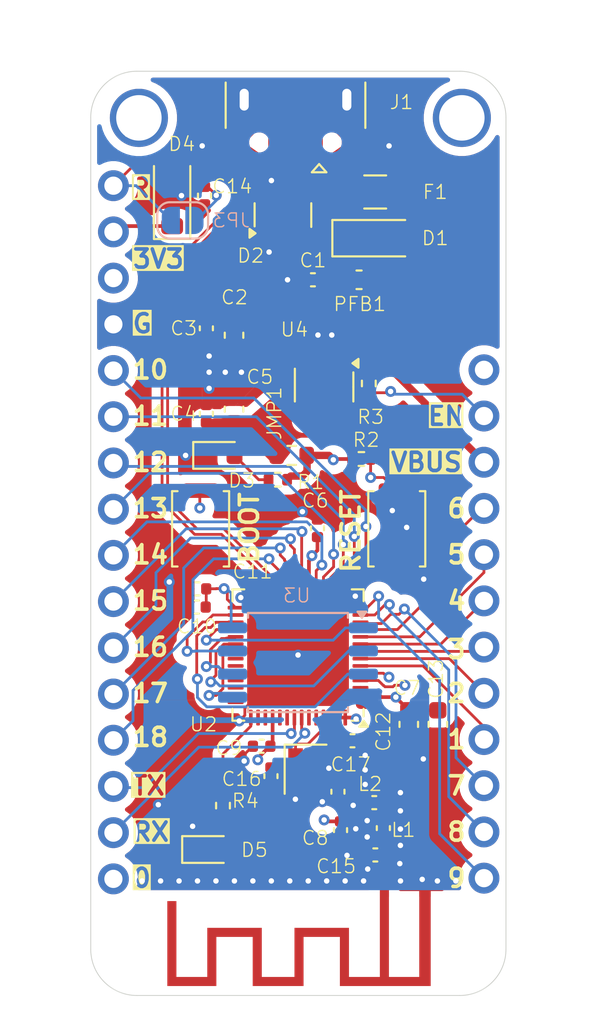
<source format=kicad_pcb>
(kicad_pcb (version 20241229) (generator "pcbnew") (generator_version "9.0")
  (layers (0 "F.Cu" signal) (4 "In1.Cu" signal) (6 "In2.Cu" signal) (2 "B.Cu" signal) (13 "F.Paste" user) (15 "B.Paste" user) (5 "F.SilkS" user "F.Silkscreen") (7 "B.SilkS" user "B.Silkscreen") (1 "F.Mask" user) (3 "B.Mask" user) (25 "Edge.Cuts" user))
  (net 0 "")
  (net 1 "Net-(AE1-A)")
  (net 2 "+3.3V")
  (net 3 "GND")
  (net 4 "VDD_SPI")
  (net 5 "CHIP_PU")
  (net 6 "Net-(U2-XTAL_N)")
  (net 7 "Net-(U2-XTAL_P)")
  (net 8 "RAW")
  (net 9 "Net-(D3-A)")
  (net 10 "D_M")
  (net 11 "VBUS")
  (net 12 "D_P")
  (net 13 "Net-(D1-A)")
  (net 15 "Net-(U2-LNA_IN{slash}RF)")
  (net 16 "GPIO0")
  (net 17 "SPIHD")
  (net 18 "SPIWP")
  (net 19 "SPICS0")
  (net 20 "SPICLK")
  (net 21 "SPIQ")
  (net 22 "SPID")
  (net 23 "GPIO17")
  (net 24 "GPIO14")
  (net 25 "GPIO16")
  (net 26 "GPIO47")
  (net 27 "GPIO4")
  (net 28 "GPIO6")
  (net 29 "GPIO7")
  (net 30 "TXD")
  (net 31 "GPIO37")
  (net 32 "GPIO21")
  (net 33 "GPIO38")
  (net 34 "GPIO13")
  (net 35 "GPIO12")
  (net 36 "GPIO45")
  (net 37 "GPIO2")
  (net 38 "GPIO40")
  (net 39 "RXD")
  (net 40 "GPIO18")
  (net 41 "GPIO26")
  (net 42 "GPIO10")
  (net 43 "GPIO41")
  (net 44 "GPIO8")
  (net 45 "GPIO3")
  (net 46 "GPIO9")
  (net 47 "GPIO34")
  (net 48 "GPIO15")
  (net 49 "GPIO46")
  (net 50 "GPIO36")
  (net 51 "GPIO35")
  (net 52 "GPIO39")
  (net 53 "GPIO42")
  (net 54 "GPIO48")
  (net 55 "GPIO11")
  (net 56 "GPIO5")
  (net 57 "GPIO33")
  (net 58 "GPIO1")
  (net 60 "/EN")
  (net 62 "Net-(U4-IN)")
  (net 63 "Net-(JP3-A)")
  (net 64 "/REGUOT")
  (net 65 "Net-(D5-A)")
  (footprint "Capacitor_SMD:C_0402_1005Metric" (layer "F.Cu") (at 142.86921 106.45121 180)
    (property "Reference" "C11")
    (property "Value" "100n")
  )
  (footprint "Capacitor_SMD:C_0603_1608Metric" (layer "F.Cu") (at 154.5 113.9 -90)
    (property "Reference" "C7")
    (property "Value" "10u")
  )
  (footprint "Capacitor_SMD:C_0402_1005Metric" (layer "F.Cu") (at 146.4 115.1 180)
    (property "Reference" "C9")
    (property "Value" "100n")
  )
  (footprint "Resistor_SMD:R_0402_1005Metric" (layer "F.Cu") (at 147.289211 100.45121 180)
    (property "Reference" "R1")
    (property "Value" "10k")
  )
  (footprint "Capacitor_SMD:C_0402_1005Metric" (layer "F.Cu") (at 143.35621 96.828961 90)
    (property "Reference" "C4")
    (property "Value" "100n")
  )
  (footprint "Connector_USB:USB_Micro-B_XKB_U254-051T-4BH83-F1S" (layer "F.Cu") (at 148.26421 79.953711 180)
    (property "Reference" "J1")
    (property "Value" "U254-051T-4BH83-F1S")
  )
  (footprint "Capacitor_SMD:C_0402_1005Metric" (layer "F.Cu") (at 143.256 84.836 -90)
    (property "Reference" "C14")
    (property "Value" "100n")
  )
  (footprint "Resistor_SMD:R_0402_1005Metric" (layer "F.Cu") (at 152.3 95.16121 -90)
    (property "Reference" "R3")
    (property "Value" "10k")
  )
  (footprint "Diode_SMD:D_SOD-123" (layer "F.Cu") (at 141.47221 84.862211 90)
    (property "Reference" "D4")
    (property "Value" "DS310W")
  )
  (footprint "Diode_SMD:D_SOD-123" (layer "F.Cu") (at 152.65221 87.176959)
    (property "Reference" "D1")
    (property "Value" "DS310W")
  )
  (footprint "Package_TO_SOT_SMD:SOT-23-5_HandSoldering" (layer "F.Cu") (at 149.83921 95.251211 -90)
    (property "Reference" "U4")
    (property "Value" "AP2112/RT9080-3.3")
  )
  (footprint "Capacitor_SMD:C_0402_1005Metric" (layer "F.Cu") (at 150.6 117.6 -90)
    (property "Reference" "C17")
    (property "Value" "10p")
  )
  (footprint "Capacitor_SMD:C_0402_1005Metric" (layer "F.Cu") (at 149.47321 103.122209 90)
    (property "Reference" "C6")
    (property "Value" "100n")
  )
  (footprint "ESP_Antenna:ESPRESSIF_ESP32_MIFA_2.4GHz_Right" (layer "F.Cu") (at 153.00721 123.131211 180)
    (property "Reference" "AE1" (hide yes))
    (property "Value" "MIFA")
  )
  (footprint "" (layer "F.Cu") (at 139.6424 80.5632 -90)
    (property "Reference" "H1")
    (property "Value" "MountingHole")
  )
  (footprint "Capacitor_SMD:C_0402_1005Metric" (layer "F.Cu") (at 150.742462 119.711011 -90)
    (property "Reference" "C8")
    (property "Value" "100n")
  )
  (footprint "" (layer "F.Cu") (at 157.422401 80.5632 -90)
    (property "Reference" "H2")
    (property "Value" "MountingHole")
  )
  (footprint "Capacitor_SMD:C_0402_1005Metric" (layer "F.Cu") (at 153.1 119.6 90)
    (property "Reference" "L1")
    (property "Value" "3.8nH")
  )
  (footprint "Capacitor_SMD:C_0603_1608Metric" (layer "F.Cu") (at 144.88021 96.574961 90)
    (property "Reference" "C5")
    (property "Value" "47u")
  )
  (footprint "Capacitor_SMD:C_0603_1608Metric" (layer "F.Cu") (at 144.88021 92.510961 -90)
    (property "Reference" "C2")
    (property "Value" "47u")
  )
  (footprint "Package_TO_SOT_SMD:SOT-143" (layer "F.Cu") (at 147.57221 85.90696 90)
    (property "Reference" "D2")
    (property "Value" "SP0503BAHTG")
  )
  (footprint "Capacitor_SMD:C_0402_1005Metric" (layer "F.Cu") (at 143.35621 92.12996 -90)
    (property "Reference" "C3")
    (property "Value" "100n")
  )
  (footprint "Capacitor_SMD:C_0402_1005Metric" (layer "F.Cu") (at 149.22321 89.462961 180)
    (property "Reference" "C1")
    (property "Value" "1u")
  )
  (footprint "Capacitor_SMD:C_0603_1608Metric" (layer "F.Cu") (at 156.1 113.9 -90)
    (property "Reference" "C13")
    (property "Value" "10u")
  )
  (footprint "Resistor_SMD:R_0402_1005Metric" (layer "F.Cu") (at 144.272 118.364 -90)
    (property "Reference" "R4")
    (property "Value" "10k")
  )
  (footprint "Capacitor_SMD:C_0402_1005Metric" (layer "F.Cu") (at 151.4 114.8)
    (property "Reference" "C12")
    (property "Value" "100n")
  )
  (footprint "Capacitor_SMD:C_0402_1005Metric" (layer "F.Cu") (at 142.83921 107.451211 180)
    (property "Reference" "C10")
    (property "Value" "1u")
  )
  (footprint "Resistor_SMD:R_0402_1005Metric" (layer "F.Cu") (at 151.892 99.314)
    (property "Reference" "R2")
    (property "Value" "10k")
  )
  (footprint "Button_Switch_SMD:SW_Push_SPST_NO_Alps_SKRK" (layer "F.Cu") (at 143.03921 103.151209 90)
    (property "Reference" "SW2" (hide yes))
    (property "Value" "SW_Push")
  )
  (footprint "Button_Switch_SMD:SW_Push_SPST_NO_Alps_SKRK" (layer "F.Cu") (at 153.839211 103.151209 90)
    (property "Reference" "SW1" (hide yes))
    (property "Value" "SW_Push")
  )
  (footprint "Capacitor_SMD:C_0402_1005Metric" (layer "F.Cu") (at 152.659211 121.075878 180)
    (property "Reference" "C15")
    (property "Value" "100n")
  )
  (footprint "LED_SMD:LED_0603_1608Metric" (layer "F.Cu") (at 144.118211 99.11496)
    (property "Reference" "D3")
    (property "Value" "LED")
  )
  (footprint "Capacitor_SMD:C_0603_1608Metric" (layer "F.Cu") (at 151.76321 89.46296 180)
    (property "Reference" "PFB1")
    (property "Value" "600R")
  )
  (footprint "Resistor_SMD:R_0603_1608Metric" (layer "F.Cu") (at 148.05521 99.11496)
    (property "Reference" "JMP1")
    (property "Value" "0R")
  )
  (footprint "Fuse:Fuse_1206_3216Metric_Pad1.42x1.75mm_HandSolder" (layer "F.Cu") (at 152.65221 84.63696)
    (property "Reference" "F1")
    (property "Value" "nSMD150")
  )
  (footprint "LED_SMD:LED_0603_1608Metric" (layer "F.Cu") (at 143.51 120.777)
    (property "Reference" "D5")
    (property "Value" "LED")
  )
  (footprint "Capacitor_SMD:C_0402_1005Metric" (layer "F.Cu") (at 152.6 118.2 180)
    (property "Reference" "L2")
    (property "Value" "8.6nH")
  )
  (footprint "Crystal:Crystal_SMD_2016-4Pin_2.0x1.6mm" (layer "F.Cu") (at 148.81671 116.36371 -90)
    (property "Reference" "Y1" (hide yes))
    (property "Value" "R940000096")
  )
  (footprint "Capacitor_SMD:C_0402_1005Metric" (layer "F.Cu") (at 146.91171 116.74471 -90)
    (property "Reference" "C16")
    (property "Value" "10p")
  )
  (footprint "Package_DFN_QFN:QFN-56-1EP_7x7mm_P0.4mm_EP5.6x5.6mm" (layer "F.Cu") (at 148.40351 110.086911 180)
    (property "Reference" "U2")
    (property "Value" "ESP32-S3")
  )
  (footprint "Connector_PinHeader_2.54mm:PinHeader_1x12_P2.54mm_Vertical" (layer "B.Cu") (at 158.639211 94.41121 180)
    (property "Reference" "JP2" (hide yes))
    (property "Value" "Conn_01x12_Pin")
  )
  (footprint "Jumper:SolderJumper-2_P1.3mm_Open_RoundedPad1.0x1.5mm" (layer "B.Cu") (at 142.050001 86.2 180)
    (property "Reference" "JP3")
    (property "Value" "SolderJumper_2_Open")
  )
  (footprint "Package_SO:SOP-8_5.28x5.23mm_P1.27mm" (layer "B.Cu") (at 148.4 110.5 180)
    (property "Reference" "U3")
    (property "Value" "W25Q64JVSSIQ")
  )
  (footprint "Connector_PinHeader_2.54mm:PinHeader_1x16_P2.54mm_Vertical" (layer "B.Cu") (at 138.23921 122.391209)
    (property "Reference" "JP1" (hide yes))
    (property "Value" "Conn_01x16_Pin")
  )
  (gr_poly (pts (xy 156.33121 122.962211) (xy 154.04521 122.962211) (xy 154.04521 122.20021) (xy 156.331211 122.200211)) (stroke (width 0.2)) (fill yes) (layer "F.Cu") (net 3))
  (gr_rect (start 151.255959 86.67762) (end 151.54756 87.673464) (stroke (width 0.2)) (fill yes) (layer "F.Cu") (net 8))
  (gr_rect (start 153.745774 86.673504) (end 154.049958 87.677578) (stroke (width 0.2)) (fill yes) (layer "F.Cu") (net 13))
  (gr_line (start 157.310789 78) (end 139.530789 78.000001) (stroke (width 0.05)) (layer "Edge.Cuts"))
  (gr_arc (start 139.530789 128.8) (mid 137.734738 128.056052) (end 136.99079 126.26) (stroke (width 0.05)) (layer "Edge.Cuts"))
  (gr_arc (start 136.99079 80.54) (mid 137.734738 78.743949) (end 139.530789 78.000001) (stroke (width 0.05)) (layer "Edge.Cuts"))
  (gr_arc (start 159.850789 126.26) (mid 159.10684 128.056052) (end 157.310789 128.800001) (stroke (width 0.05)) (layer "Edge.Cuts"))
  (gr_line (start 159.850789 126.26) (end 159.850789 80.54) (stroke (width 0.05)) (layer "Edge.Cuts"))
  (gr_line (start 139.530789 128.8) (end 157.310789 128.800001) (stroke (width 0.05)) (layer "Edge.Cuts"))
  (gr_arc (start 157.310789 78) (mid 159.10684 78.743949) (end 159.850789 80.54) (stroke (width 0.05)) (layer "Edge.Cuts"))
  (gr_line (start 136.99079 80.54) (end 136.99079 126.26) (stroke (width 0.05)) (layer "Edge.Cuts"))
  (gr_text "6" (at 157.734 102.616 0) (layer "F.SilkS") (effects (font (size 1 1) (thickness 0.2) (bold yes)) (justify right bottom)))
  (gr_text "1" (at 157.734 115.316 0) (layer "F.SilkS") (effects (font (size 1 1) (thickness 0.2) (bold yes)) (justify right bottom)))
  (gr_text "BOOT" (at 146.304 105.156 90) (layer "F.SilkS") (effects (font (size 1 1) (thickness 0.2) (bold yes)) (justify left bottom)))
  (gr_text "15" (at 139.192 107.696 0) (layer "F.SilkS") (effects (font (size 1 1) (thickness 0.2) (bold yes)) (justify left bottom)))
  (gr_text "7" (at 157.734 117.856 0) (layer "F.SilkS") (effects (font (size 1 1) (thickness 0.2) (bold yes)) (justify right bottom)))
  (gr_text "0" (at 139.192 122.936 0) (layer "F.SilkS" knockout) (effects (font (size 1 1) (thickness 0.2) (bold yes)) (justify left bottom)))
  (gr_text "10" (at 139.192 94.996 0) (layer "F.SilkS") (effects (font (size 1 1) (thickness 0.2) (bold yes)) (justify left bottom)))
  (gr_text "11" (at 139.192 97.536001 0) (layer "F.SilkS") (effects (font (size 1 1) (thickness 0.2) (bold yes)) (justify left bottom)))
  (gr_text "TX\n" (at 139.192 117.856 0) (layer "F.SilkS" knockout) (effects (font (size 1 1) (thickness 0.2) (bold yes)) (justify left bottom)))
  (gr_text "12" (at 139.192 100.076 0) (layer "F.SilkS") (effects (font (size 1 1) (thickness 0.2) (bold yes)) (justify left bottom)))
  (gr_text "18" (at 139.192 115.189 0) (layer "F.SilkS") (effects (font (size 1 1) (thickness 0.2) (bold yes)) (justify left bottom)))
  (gr_text "8" (at 157.734 120.396 0) (layer "F.SilkS") (effects (font (size 1 1) (thickness 0.2) (bold yes)) (justify right bottom)))
  (gr_text "17" (at 139.192 112.775998 0) (layer "F.SilkS") (effects (font (size 1 1) (thickness 0.2) (bold yes)) (justify left bottom)))
  (gr_text "16" (at 139.192 110.235999 0) (layer "F.SilkS") (effects (font (size 1 1) (thickness 0.2) (bold yes)) (justify left bottom)))
  (gr_text "EN" (at 155.448 97.536 0) (layer "F.SilkS" knockout) (effects (font (size 1 1) (thickness 0.2) (bold yes)) (justify left bottom)))
  (gr_text "3" (at 157.734 110.363 0) (layer "F.SilkS") (effects (font (size 1 1) (thickness 0.2) (bold yes)) (justify right bottom)))
  (gr_text "VBUS" (at 153.416 100.076 0) (layer "F.SilkS" knockout) (effects (font (size 1 1) (thickness 0.2) (bold yes)) (justify left bottom)))
  (gr_text "3V3" (at 139.2 88.9 0) (layer "F.SilkS" knockout) (effects (font (size 1 1) (thickness 0.2) (bold yes)) (justify left bottom)))
  (gr_text "9" (at 157.734 122.936 0) (layer "F.SilkS") (effects (font (size 1 1) (thickness 0.2) (bold yes)) (justify right bottom)))
  (gr_text "G" (at 139.192 92.456 0) (layer "F.SilkS" knockout) (effects (font (size 1 1) (thickness 0.2) (bold yes)) (justify left bottom)))
  (gr_text "4" (at 157.734 107.696 0) (layer "F.SilkS") (effects (font (size 1 1) (thickness 0.2) (bold yes)) (justify right bottom)))
  (gr_text "RESET" (at 151.892 105.664 90) (layer "F.SilkS") (effects (font (size 1 1) (thickness 0.2) (bold yes)) (justify left bottom)))
  (gr_text "RX" (at 139.192 120.396 0) (layer "F.SilkS" knockout) (effects (font (size 1 1) (thickness 0.2) (bold yes)) (justify left bottom)))
  (gr_text "14" (at 139.192 105.156001 0) (layer "F.SilkS") (effects (font (size 1 1) (thickness 0.2) (bold yes)) (justify left bottom)))
  (gr_text "2" (at 157.734 112.776 0) (layer "F.SilkS") (effects (font (size 1 1) (thickness 0.2) (bold yes)) (justify right bottom)))
  (gr_text "5" (at 157.734 105.156 0) (layer "F.SilkS") (effects (font (size 1 1) (thickness 0.2) (bold yes)) (justify right bottom)))
  (gr_text "13\n" (at 139.192 102.615999 0) (layer "F.SilkS") (effects (font (size 1 1) (thickness 0.2) (bold yes)) (justify left bottom)))
  (gr_text "R" (at 139.1 85 0) (layer "F.SilkS" knockout) (effects (font (size 1 1) (thickness 0.2) (bold yes)) (justify left bottom)))
  (segment (start 153.155462 121.092129) (end 153.155462 122.83521) (width 0.508) (layer "F.Cu") (net 1))
  (segment (start 153.1 121.036667) (end 153.155462 121.092129) (width 0.508) (layer "F.Cu") (net 1))
  (segment (start 153.1 120.08) (end 153.1 121.036667) (width 0.508) (layer "F.Cu") (net 1))
  (segment (start 150.10296 99.11496) (end 150.34521 99.35721) (width 0.4064) (layer "F.Cu") (net 2))
  (segment (start 153.78921 112.40121) (end 152.98921 112.40121) (width 0.2) (layer "F.Cu") (net 2))
  (segment (start 150.742463 119.231011) (end 149.91901 119.231011) (width 0.2032) (layer "F.Cu") (net 2))
  (segment (start 148.88021 99.11496) (end 148.9 99.13475) (width 0.4064) (layer "F.Cu") (net 2))
  (segment (start 147.003509 114.939781) (end 147.00351 113.524411) (width 0.2032) (layer "F.Cu") (net 2))
  (segment (start 148.649581 100.250419) (end 148 100.250419) (width 0.4064) (layer "F.Cu") (net 2))
  (segment (start 152.98921 112.40121) (end 152.874909 112.286909) (width 0.2) (layer "F.Cu") (net 2))
  (segment (start 154.5 113.125) (end 156.1 113.125) (width 0.2) (layer "F.Cu") (net 2))
  (segment (start 148.88021 99.11496) (end 150.10296 99.11496) (width 0.4064) (layer "F.Cu") (net 2))
  (segment (start 150.603509 113.524411) (end 150.603509 114.483509) (width 0.2032) (layer "F.Cu") (net 2))
  (segment (start 149.003512 104.909466) (end 149.003511 106.649411) (width 0.2032) (layer "F.Cu") (net 2))
  (segment (start 151.84101 112.05991) (end 151.84101 111.88691) (width 0.2) (layer "F.Cu") (net 2))
  (segment (start 141.47221 86.51221) (end 138.55821 86.51221) (width 0.2032) (layer "F.Cu") (net 2))
  (segment (start 138.55821 86.51221) (end 138.23921 86.83121) (width 0.2032) (layer "F.Cu") (net 2))
  (segment (start 146.182511 115.84206) (end 146.182511 115.760779) (width 0.2032) (layer "F.Cu") (net 2))
  (segment (start 151.84101 112.286909) (end 151.84101 112.05991) (width 0.2) (layer "F.Cu") (net 2))
  (segment (start 146.188831 115.84838) (end 146.182511 115.84206) (width 0.2032) (layer "F.Cu") (net 2))
  (segment (start 151.382001 99.314) (end 150.38842 99.314) (width 0.2032) (layer "F.Cu") (net 2))
  (segment (start 152.874909 112.286909) (end 151.84101 112.286909) (width 0.2) (layer "F.Cu") (net 2))
  (segment (start 149.166206 104.625267) (end 149.180765 104.625267) (width 0.2032) (layer "F.Cu") (net 2))
  (segment (start 149.91901 119.231011) (end 149.83921 119.151211) (width 0.2032) (layer "F.Cu") (net 2))
  (segment (start 149.166206 104.625267) (end 149.166206 104.746772) (width 0.2032) (layer "F.Cu") (net 2))
  (segment (start 149.180765 104.625267) (end 149.47321 104.332822) (width 0.2032) (layer "F.Cu") (net 2))
  (segment (start 148.9 99.13475) (end 148.9 100) (width 0.4064) (layer "F.Cu") (net 2))
  (segment (start 150.603509 113.52441) (end 151.52441 113.52441) (width 0.2032) (layer "F.Cu") (net 2))
  (segment (start 149.166206 104.746772) (end 149.003512 104.909466) (width 0.2032) (layer "F.Cu") (net 2))
  (segment (start 148.9 100) (end 148.649581 100.250419) (width 0.4064) (layer "F.Cu") (net 2))
  (segment (start 148 100.250419) (end 147.799209 100.45121) (width 0.4064) (layer "F.Cu") (net 2))
  (segment (start 149.47321 104.332822) (end 149.47321 103.602211) (width 0.2032) (layer "F.Cu") (net 2))
  (segment (start 153.78921 112.40121) (end 153.78921 112.41421) (width 0.2) (layer "F.Cu") (net 2))
  (segment (start 150.603509 114.483509) (end 150.92 114.8) (width 0.2032) (layer "F.Cu") (net 2))
  (segment (start 150.38842 99.314) (end 150.34521 99.35721) (width 0.2032) (layer "F.Cu") (net 2))
  (segment (start 153.78921 112.41421) (end 154.5 113.125) (width 0.2) (layer "F.Cu") (net 2))
  (segment (start 146.182511 115.760779) (end 147.003509 114.939781) (width 0.2032) (layer "F.Cu") (net 2))
  (segment (start 151.52441 113.52441) (end 151.6 113.6) (width 0.2032) (layer "F.Cu") (net 2))
  (via (at 150.34521 99.35721) (size 0.6) (drill 0.3) (layers "F.Cu" "B.Cu") (net 2))
  (via (at 149.166206 104.625267) (size 0.6) (drill 0.3) (layers "F.Cu" "B.Cu") (net 2))
  (via (at 151.6 113.6) (size 0.6) (drill 0.3) (layers "F.Cu" "B.Cu") (net 2))
  (via (at 146.188831 115.84838) (size 0.6) (drill 0.3) (layers "F.Cu" "B.Cu") (net 2))
  (via (at 149.83921 119.151211) (size 0.6) (drill 0.3) (layers "F.Cu" "B.Cu") (net 2))
  (via (at 153.78921 112.40121) (size 0.6) (drill 0.3) (layers "F.Cu" "B.Cu") (net 2))
  (segment (start 146.82221 87.926961) (end 146.81021 87.938961) (width 0.1524) (layer "F.Cu") (net 3))
  (segment (start 149.455891 115.663711) (end 149.366709 115.663711) (width 0.1524) (layer "F.Cu") (net 3))
  (segment (start 148.6437 102.208147) (end 149.293146 102.208147) (width 0.1524) (layer "F.Cu") (net 3))
  (segment (start 142.6 120.6545) (end 142.7225 120.777) (width 0.1524) (layer "F.Cu") (net 3))
  (segment (start 149.43161 102.34661) (end 149.431611 102.600611) (width 0.1524) (layer "F.Cu") (net 3))
  (segment (start 154.4 114.9) (end 154.4 114.775) (width 0.1524) (layer "F.Cu") (net 3))
  (segment (start 146.96421 82.238711) (end 146.96421 83.981711) (width 0.1524) (layer "F.Cu") (net 3))
  (segment (start 149.83921 92.9214) (end 149.83921 93.901211) (width 0.4) (layer "F.Cu") (net 3))
  (segment (start 151.36421 82.113711) (end 153.40421 82.113711) (width 0.1524) (layer "F.Cu") (net 3))
  (segment (start 147.07271 117.06371) (end 146.91171 117.22471) (width 0.1524) (layer "F.Cu") (net 3))
  (segment (start 150.26061 92.5) (end 149.83921 92.9214) (width 0.4) (layer "F.Cu") (net 3))
  (segment (start 149.46421 79.56371) (end 151.36421 81.46371) (width 0.1524) (layer "F.Cu") (net 3))
  (segment (start 145.25111 106.937509) (end 148.400511 110.086911) (width 0.1524) (layer "F.Cu") (net 3))
  (segment (start 142.33921 106.451211) (end 142.62921 106.451211) (width 0.1524) (layer "F.Cu") (net 3))
  (segment (start 156.1 114.675) (end 156.1 115) (width 0.1524) (layer "F.Cu") (net 3))
  (segment (start 151.55591 106.939125) (end 151.555911 106.852911) (width 0.1524) (layer "F.Cu") (net 3))
  (segment (start 145.43916 115.912394) (end 145.5 115.851554) (width 0.1524) (layer "F.Cu") (net 3))
  (segment (start 149.293146 102.208147) (end 149.43161 102.34661) (width 0.1524) (layer "F.Cu") (net 3))
  (segment (start 142.6 119.5) (end 142.6 120.6545) (width 0.1524) (layer "F.Cu") (net 3))
  (segment (start 145.5 115.5) (end 145.9 115.1) (width 0.1524) (layer "F.Cu") (net 3))
  (segment (start 143.256 85.316) (end 142.466 85.316) (width 0.1524) (layer "F.Cu") (net 3))
  (segment (start 151.43921 118.351211) (end 151.059211 118.351211) (width 0.1524) (layer "F.Cu") (net 3))
  (segment (start 142.62921 105.661209) (end 142.62921 106.451211) (width 0.1524) (layer "F.Cu") (net 3))
  (segment (start 149.46421 79.56371) (end 151.08921 79.563711) (width 0.1524) (layer "F.Cu") (net 3))
  (segment (start 155.3 115.8) (end 154.4 114.9) (width 0.1524) (layer "F.Cu") (net 3))
  (segment (start 153.839211 105.25121) (end 154.50536 105.917359) (width 0.1524) (layer "F.Cu") (net 3))
  (segment (start 148.266709 117.063711) (end 148.266709 118.005162) (width 0.1524) (layer "F.Cu") (net 3))
  (segment (start 151.1 121.1) (end 152.155089 121.1) (width 0.1524) (layer "F.Cu") (net 3))
  (segment (start 149.83921 92.83921) (end 149.5 92.5) (width 0.4) (layer "F.Cu") (net 3))
  (segment (start 142.466 85.316) (end 141.986 84.836) (width 0.1524) (layer "F.Cu") (net 3))
  (segment (start 145.15421 82.103711) (end 145.164209 82.11371) (width 0.1524) (layer "F.Cu") (net 3))
  (segment (start 143.03921 105.25121) (end 142.62921 105.661209) (width 0.1524) (layer "F.Cu") (net 3))
  (segment (start 151.88 115.38) (end 151.88 114.8) (width 0.1524) (layer "F.Cu") (net 3))
  (segment (start 143.12721 82.103711) (end 145.15421 82.103711) (width 0.1524) (layer "F.Cu") (net 3))
  (segment (start 145.16421 81.46371) (end 145.164209 82.11371) (width 0.1524) (layer "F.Cu") (net 3))
  (segment (start 148.40351 110.086911) (end 148.403509 110.089909) (width 0.1524) (layer "F.Cu") (net 3))
  (segment (start 149.46421 79.56371) (end 147.064211 79.56371) (width 0.1524) (layer "F.Cu") (net 3))
  (segment (start 147.064211 79.56371) (end 145.16421 81.46371) (width 0.1524) (layer "F.Cu") (net 3))
  (segment (start 154.36333 103.051961) (end 154.38421 103.072841) (width 0.1524) (layer "F.Cu") (net 3))
  (segment (start 145.47491 113.40251) (end 145.16651 113.710911) (width 0.1524) (layer "F.Cu") (net 3))
  (segment (start 145.47491 113.015511) (end 145.47491 113.40251) (width 0.1524) (layer "F.Cu") (net 3))
  (segment (start 141.315896 106.07121) (end 141.95921 106.071211) (width 0.1524) (layer "F.Cu") (net 3))
  (segment (start 150.742462 120.191011) (end 150.742462 120.742462) (width 0.1524) (layer "F.Cu") (net 3))
  (segment (start 148.26671 117.063711) (end 147.07271 117.06371) (width 0.1524) (layer "F.Cu") (net 3))
  (segment (start 146.96421 83.981711) (end 146.93721 84.008711) (width 0.1524) (layer "F.Cu") (net 3))
  (segment (start 151.36421 81.46371) (end 151.36421 82.113711) (width 0.1524) (layer "F.Cu") (net 3))
  (segment (start 155.57321 105.917359) (end 155.321685 105.917359) (width 0.1524) (layer "F.Cu") (net 3))
  (segment (start 153.40421 82.113711) (end 153.41421 82.103711) (width 0.1524) (layer "F.Cu") (net 3))
  (segment (start 145.5 115.851554) (end 145.5 115.5) (width 0.1524) (layer "F.Cu") (net 3))
  (segment (start 145.25111 106.929168) (end 145.25111 106.937509) (width 0.1524) (layer "F.Cu") (net 3))
  (segment (start 142.62921 106.451211) (end 142.62921 107.181211) (width 0.1524) (layer "F.Cu") (net 3))
  (segment (start 148.408125 110.086911) (end 151.55591 106.939125) (width 0.1524) (layer "F.Cu") (net 3))
  (segment (start 156.1 115) (end 155.3 115.8) (width 0.1524) (layer "F.Cu") (net 3))
  (segment (start 145.9 115.1) (end 145.92 115.1) (width 0.1524) (layer "F.Cu") (net 3))
  (segment (start 152.155089 121.1) (end 152.179211 121.075878) (width 0.1524) (layer "F.Cu") (net 3))
  (segment (start 148.400511 110.086911) (end 148.40351 110.086911) (width 0.1524) (layer "F.Cu") (net 3))
  (segment (start 142.62921 107.181211) (end 142.359211 107.451211) (width 0.1524) (layer "F.Cu") (net 3))
  (segment (start 154.50536 105.917359) (end 155.321685 105.917359) (width 0.1524) (layer "F.Cu") (net 3))
  (segment (start 141.95921 106.071211) (end 142.33921 106.451211) (width 0.1524) (layer "F.Cu") (net 3))
  (segment (start 152.1 115.6) (end 151.88 115.38) (width 0.1524) (layer "F.Cu") (net 3))
  (segment (start 150.100299 116.308119) (end 149.455891 115.663711) (width 0.1524) (layer "F.Cu") (net 3))
  (segment (start 152.030197 118.351211) (end 152.17921 118.202196) (width 0.1524) (layer "F.Cu") (net 3))
  (segment (start 145.43916 115.912394) (end 145.43916 115.912392) (width 0.1524) (layer "F.Cu") (net 3))
  (segment (start 149.83921 92.9214) (end 149.83921 92.83921) (width 0.4) (layer "F.Cu") (net 3))
  (segment (start 147.064211 79.56371) (end 145.43921 79.56371) (width 0.1524) (layer "F.Cu") (net 3))
  (segment (start 148.74321 89.462961) (end 147.82621 89.462961) (width 0.1524) (layer "F.Cu") (net 3))
  (segment (start 140.836461 120.727011) (end 141.090462 120.981011) (width 0.1524) (layer "F.Cu") (net 3))
  (segment (start 143.33071 99.11496) (end 142.21321 99.11496) (width 0.1524) (layer "F.Cu") (net 3))
  (segment (start 148.40351 110.086911) (end 145.47491 113.015511) (width 0.1524) (layer "F.Cu") (net 3))
  (segment (start 151.059211 118.351211) (end 150.739211 118.031209) (width 0.1524) (layer "F.Cu") (net 3))
  (segment (start 150.742462 120.742462) (end 151.1 121.1) (width 0.1524) (layer "F.Cu") (net 3))
  (segment (start 146.82221 86.906961) (end 146.82221 87.926961) (width 0.1524) (layer "F.Cu") (net 3))
  (segment (start 141.331463 120.74001) (end 141.090462 120.981011) (width 0.1524) (layer "F.Cu") (net 3))
  (segment (start 150.739211 118.031209) (end 149.859211 118.031209) (width 0.1524) (layer "F.Cu") (net 3))
  (segment (start 149.859211 118.031209) (end 149.73921 118.15121) (width 0.1524) (layer "F.Cu") (net 3))
  (segment (start 154.4 114.775) (end 154.5 114.675) (width 0.1524) (layer "F.Cu") (net 3))
  (segment (start 148.40351 110.086911) (end 148.408125 110.086911) (width 0.1524) (layer "F.Cu") (net 3))
  (segment (start 151.43921 118.351211) (end 152.030197 118.351211) (width 0.1524) (layer "F.Cu") (net 3))
  (segment (start 149.431611 102.600611) (end 149.47321 102.642211) (width 0.1524) (layer "F.Cu") (net 3))
  (via (at 154.03921 119.651211) (size 0.6) (drill 0.3) (layers "F.Cu" "B.Cu") (net 3))
  (via (at 153.41421 82.103711) (size 0.6) (drill 0.3) (layers "F.Cu" "B.Cu") (net 3))
  (via (at 147.948463 122.50501) (size 0.6) (drill 0.3) (layers "F.Cu" "B.Cu") (net 3))
  (via (at 152.210197 119.190025) (size 0.6) (drill 0.3) (layers "F.Cu" "B.Cu") (net 3))
  (via (at 143.884462 122.50501) (size 0.6) (drill 0.3) (layers "F.Cu" "B.Cu") (net 3))
  (via (at 141.986 84.836) (size 0.6) (drill 0.3) (layers "F.Cu" "B.Cu") (net 3))
  (via (at 144.39721 94.54296) (size 0.6) (drill 0.3) (layers "F.Cu" "B.Cu") (net 3))
  (via (at 143.12721 82.103711) (size 0.6) (drill 0.3) (layers "F.Cu" "B.Cu") (net 3))
  (via (at 141.852462 122.50501) (size 0.6) (drill 0.3) (layers "F.Cu" "B.Cu") (net 3))
  (via (at 152.23921 121.85121) (size 0.6) (drill 0.3) (layers "F.Cu" "B.Cu") (net 3))
  (via (at 152.1 116.4) (size 0.6) (drill 0.3) (layers "F.Cu" "B.Cu") (net 3))
  (via (at 154.03921 120.551211) (size 0.6) (drill 0.3) (layers "F.Cu" "B.Cu") (net 3))
  (via (at 142.6 119.5) (size 0.6) (drill 0.3) (layers "F.Cu" "B.Cu") (net 3))
  (via (at 147.82621 89.462961) (size 0.6) (drill 0.3) (layers "F.Cu" "B.Cu") (net 3))
  (via (at 150.100299 116.308119) (size 0.6) (drill 0.3) (layers "F.Cu" "B.Cu") (net 3))
  (via (at 139.820462 122.50501) (size 0.6) (drill 0.3) (layers "F.Cu" "B.Cu") (net 3))
  (via (at 149.5 92.5) (size 0.6) (drill 0.3) (layers "F.Cu" "B.Cu") (net 3))
  (via (at 145.916462 122.50501) (size 0.6) (drill 0.3) (layers "F.Cu" "B.Cu") (net 3))
  (via (at 144.900462 122.50501) (size 0.6) (drill 0.3) (layers "F.Cu" "B.Cu") (net 3))
  (via (at 152.1 115.6) (size 0.6) (drill 0.3) (layers "F.Cu" "B.Cu") (net 3))
  (via (at 145.16651 113.710911) (size 0.6) (drill 0.3) (layers "F.Cu" "B.Cu") (net 3))
  (via (at 145.25111 106.929168) (size 0.6) (drill 0.3) (layers "F.Cu" "B.Cu") (net 3))
  (via (at 146.81021 87.938961) (size 0.6) (drill 0.3) (layers "F.Cu" "B.Cu") (net 3))
  (via (at 148.40351 110.086911) (size 0.6) (drill 0.3) (layers "F.Cu" "B.Cu") (net 3))
  (via (at 150.26061 92.5) (size 0.6) (drill 0.3) (layers "F.Cu" "B.Cu") (net 3))
  (via (at 140.836462 122.50501) (size 0.6) (drill 0.3) (layers "F.Cu" "B.Cu") (net 3))
  (via (at 148.257909 118.013962) (size 0.6) (drill 0.3) (layers "F.Cu" "B.Cu") (net 3))
  (via (at 150.996462 122.50501) (size 0.6) (drill 0.3) (layers "F.Cu" "B.Cu") (net 3))
  (via (at 151.1 121.1) (size 0.6) (drill 0.3) (layers "F.Cu" "B.Cu") (net 3))
  (via (at 143.50821 93.65396) (size 0.6) (drill 0.3) (layers "F.Cu" "B.Cu") (net 3))
  (via (at 145.43916 115.912394) (size 0.6) (drill 0.3) (layers "F.Cu" "B.Cu") (net 3))
  (via (at 152.012463 122.50501) (size 0.6) (drill 0.3) (layers "F.Cu" "B.Cu") (net 3))
  (via (at 141.315896 106.07121) (size 0.6) (drill 0.3) (layers "F.Cu" "B.Cu") (net 3))
  (via (at 148.6437 102.208147) (size 0.6) (drill 0.3) (layers "F.Cu" "B.Cu") (net 3))
  (via (at 149.980463 122.50501) (size 0.6) (drill 0.3) (layers "F.Cu" "B.Cu") (net 3))
  (via (at 152.210197 120.088051) (size 0.6) (drill 0.3) (layers "F.Cu" "B.Cu") (net 3))
  (via (at 149.73921 118.15121) (size 0.6) (drill 0.3) (layers "F.Cu" "B.Cu") (net 3))
  (via (at 146.932462 122.50501) (size 0.6) (drill 0.3) (layers "F.Cu" "B.Cu") (net 3))
  (via (at 154.38421 103.072841) (size 0.6) (drill 0.3) (layers "F.Cu" "B.Cu") (net 3))
  (via (at 154.03921 117.65121) (size 0.6) (drill 0.3) (layers "F.Cu" "B.Cu") (net 3))
  (via (at 154.044463 122.50501) (size 0.6) (drill 0.3) (layers "F.Cu" "B.Cu") (net 3))
  (via (at 156.076463 122.50501) (size 0.6) (drill 0.3) (layers "F.Cu" "B.Cu") (net 3))
  (via (at 151.581579 119.639038) (size 0.6) (drill 0.3) (layers "F.Cu" "B.Cu") (net 3))
  (via (at 155.321685 105.917359) (size 0.6) (drill 0.3) (layers "F.Cu" "B.Cu") (net 3))
  (via (at 142.21321 99.11496) (size 0.6) (drill 0.3) (layers "F.Cu" "B.Cu") (net 3))
  (via (at 145.286209 94.54296) (size 0.6) (drill 0.3) (layers "F.Cu" "B.Cu") (net 3))
  (via (at 154.03921 118.651211) (size 0.6) (drill 0.3) (layers "F.Cu" "B.Cu") (net 3))
  (via (at 151.555911 106.852911) (size 0.6) (drill 0.3) (layers "F.Cu" "B.Cu") (net 3))
  (via (at 152.1 117.2) (size 0.6) (drill 0.3) (layers "F.Cu" "B.Cu") (net 3))
  (via (at 155.238928 122.418811) (size 0.6) (drill 0.3) (layers "F.Cu" "B.Cu") (net 3))
  (via (at 143.50821 94.54296) (size 0.6) (drill 0.3) (layers "F.Cu" "B.Cu") (net 3))
  (via (at 151.43921 118.351211) (size 0.6) (drill 0.3) (layers "F.Cu" "B.Cu") (net 3))
  (via (at 140.709462 118.31401) (size 0.6) (drill 0.3) (layers "F.Cu" "B.Cu") (net 3))
  (via (at 154.006248 121.55121) (size 0.6) (drill 0.3) (layers "F.Cu" "B.Cu") (net 3))
  (via (at 155.3 115.8) (size 0.6) (drill 0.3) (layers "F.Cu" "B.Cu") (net 3))
  (via (at 143.50821 95.43196) (size 0.6) (drill 0.3) (layers "F.Cu" "B.Cu") (net 3))
  (via (at 148.964462 122.50501) (size 0.6) (drill 0.3) (layers "F.Cu" "B.Cu") (net 3))
  (via (at 142.868462 122.50501) (size 0.6) (drill 0.3) (layers "F.Cu" "B.Cu") (net 3))
  (via (at 153.591818 102.147642) (size 0.6) (drill 0.3) (layers "F.Cu" "B.Cu") (net 3))
  (via (at 157.092462 122.50501) (size 0.6) (drill 0.3) (layers "F.Cu" "B.Cu") (net 3))
  (via (at 146.93721 84.008711) (size 0.6) (drill 0.3) (layers "F.Cu" "B.Cu") (net 3))
  (segment (start 152.93921 113.35121) (end 152.93421 113.351211) (width 0.1524) (layer "B.Cu") (net 3))
  (segment (start 152.93421 113.351211) (end 151.98921 112.40621) (width 0.1524) (layer "B.Cu") (net 3))
  (segment (start 144.50991 106.616518) (end 144.50991 107.030811) (width 0.1524) (layer "F.Cu") (net 4))
  (segment (start 143.353193 106.447229) (end 143.34921 106.451211) (width 0.1524) (layer "F.Cu") (net 4))
  (segment (start 144.50991 107.030811) (end 144.96601 107.48691) (width 0.1524) (layer "F.Cu") (net 4))
  (segment (start 143.893192 106.447229) (end 143.353193 106.447229) (width 0.1524) (layer "F.Cu") (net 4))
  (segment (start 143.902906 106.437514) (end 143.893192 106.447229) (width 0.1524) (layer "F.Cu") (net 4))
  (segment (start 143.34921 107.42121) (end 143.31921 107.451211) (width 0.1524) (layer "F.Cu") (net 4))
  (segment (start 144.330906 106.437514) (end 143.902906 106.437514) (width 0.1524) (layer "F.Cu") (net 4))
  (segment (start 143.34921 106.451211) (end 143.34921 107.42121) (width 0.1524) (layer "F.Cu") (net 4))
  (segment (start 144.330906 106.437514) (end 144.50991 106.616518) (width 0.1524) (layer "F.Cu") (net 4))
  (via (at 144.330906 106.437514) (size 0.6) (drill 0.3) (layers "F.Cu" "B.Cu") (net 4))
  (segment (start 144.72151 106.68351) (end 144.72151 108.52851) (width 0.1524) (layer "B.Cu") (net 4))
  (segment (start 144.475514 106.437514) (end 144.72151 106.68351) (width 0.1524) (layer "B.Cu") (net 4))
  (segment (start 144.330906 106.437514) (end 144.475514 106.437514) (width 0.1524) (layer "B.Cu") (net 4))
  (segment (start 144.72151 108.52851) (end 144.789211 108.596209) (width 0.1524) (layer "B.Cu") (net 4))
  (segment (start 144.330906 106.437514) (end 144.189211 106.295819) (width 0.1524) (layer "B.Cu") (net 4))
  (segment (start 152.4 100.33) (end 153.118 100.33) (width 0.1524) (layer "F.Cu") (net 5))
  (segment (start 153.122482 111.763683) (end 153.102713 111.763683) (width 0.1524) (layer "F.Cu") (net 5))
  (segment (start 152.4 100.33) (end 152.4 99.315999) (width 0.1524) (layer "F.Cu") (net 5))
  (segment (start 152.825942 111.486911) (end 151.84101 111.486911) (width 0.1524) (layer "F.Cu") (net 5))
  (segment (start 153.71121 111.75121) (end 153.629978 111.832443) (width 0.1524) (layer "F.Cu") (net 5))
  (segment (start 154.289211 111.75121) (end 153.71121 111.75121) (width 0.1524) (layer "F.Cu") (net 5))
  (segment (start 153.102713 111.763683) (end 152.825942 111.486911) (width 0.1524) (layer "F.Cu") (net 5))
  (segment (start 153.629978 111.832443) (end 153.191242 111.832443) (width 0.1524) (layer "F.Cu") (net 5))
  (segment (start 153.118 100.33) (end 153.83921 101.05121) (width 0.1524) (layer "F.Cu") (net 5))
  (segment (start 139.318212 83.212209) (end 138.239209 84.291212) (width 0.1524) (layer "F.Cu") (net 5))
  (segment (start 153.191242 111.832443) (end 153.122482 111.763683) (width 0.1524) (layer "F.Cu") (net 5))
  (segment (start 152.4 99.315999) (end 152.401999 99.314) (width 0.1524) (layer "F.Cu") (net 5))
  (segment (start 141.47221 83.212211) (end 139.318212 83.212209) (width 0.1524) (layer "F.Cu") (net 5))
  (via (at 152.4 100.33) (size 0.6) (drill 0.3) (layers "F.Cu" "B.Cu") (net 5))
  (via (at 154.289211 111.75121) (size 0.6) (drill 0.3) (layers "F.Cu" "B.Cu") (net 5))
  (segment (start 138.23921 84.29121) (end 139.491212 84.29121) (width 0.1524) (layer "B.Cu") (net 5))
  (segment (start 139.491212 84.29121) (end 141.400002 86.2) (width 0.1524) (layer "B.Cu") (net 5))
  (segment (start 148.946309 114.984111) (end 148.34391 114.98411) (width 0.1524) (layer "F.Cu") (net 6))
  (segment (start 148.34391 114.98411) (end 148.26671 115.06131) (width 0.1524) (layer "F.Cu") (net 6))
  (segment (start 147.66571 116.26471) (end 148.26671 115.66371) (width 0.1524) (layer "F.Cu") (net 6))
  (segment (start 149.80351 113.524411) (end 149.803509 114.126909) (width 0.1524) (layer "F.Cu") (net 6))
  (segment (start 149.803509 114.126909) (end 148.946309 114.984111) (width 0.1524) (layer "F.Cu") (net 6))
  (segment (start 146.91171 116.26471) (end 147.66571 116.26471) (width 0.1524) (layer "F.Cu") (net 6))
  (segment (start 148.26671 115.06131) (end 148.26671 115.66371) (width 0.1524) (layer "F.Cu") (net 6))
  (segment (start 150.629899 115.929899) (end 150.20351 115.50351) (width 0.1524) (layer "F.Cu") (net 7))
  (segment (start 150.629899 117.12571) (end 150.629899 116.088751) (width 0.1524) (layer "F.Cu") (net 7))
  (segment (start 150.629899 116.088751) (end 150.629899 115.929899) (width 0.1524) (layer "F.Cu") (net 7))
  (segment (start 149.36671 117.06371) (end 149.428711 117.12571) (width 0.1524) (layer "F.Cu") (net 7))
  (segment (start 150.20351 115.50351) (end 150.20351 113.52441) (width 0.1524) (layer "F.Cu") (net 7))
  (segment (start 149.428711 117.12571) (end 150.629899 117.12571) (width 0.1524) (layer "F.Cu") (net 7))
  (segment (start 151.00221 87.176961) (end 151.00221 88.573961) (width 0.4064) (layer "F.Cu") (net 8))
  (segment (start 151.00221 88.573961) (end 151.00221 89.383461) (width 0.4064) (layer "F.Cu") (net 8))
  (segment (start 150.92271 89.462961) (end 149.70321 89.46296) (width 0.4064) (layer "F.Cu") (net 8))
  (segment (start 151.00221 89.383461) (end 150.92271 89.462961) (width 0.2) (layer "F.Cu") (net 8))
  (segment (start 146.239211 100.45121) (end 144.905711 99.11771) (width 0.1524) (layer "F.Cu") (net 9))
  (segment (start 146.779211 100.45121) (end 146.239211 100.45121) (width 0.1524) (layer "F.Cu") (net 9))
  (segment (start 144.905711 99.11771) (end 144.90571 99.11496) (width 0.1524) (layer "F.Cu") (net 9))
  (segment (start 146.04821 85.65296) (end 145.79421 85.398961) (width 0.1524) (layer "F.Cu") (net 10))
  (segment (start 147.776211 85.65296) (end 146.04821 85.65296) (width 0.1524) (layer "F.Cu") (net 10))
  (segment (start 142.83921 103.151211) (end 144.318677 103.151211) (width 0.1524) (layer "F.Cu") (net 10))
  (segment (start 141.22221 101.107075) (end 141.22221 101.53421) (width 0.1524) (layer "F.Cu") (net 10))
  (segment (start 141.22221 101.53421) (end 142.83921 103.151211) (width 0.1524) (layer "F.Cu") (net 10))
  (segment (start 147.00351 105.836044) (end 147.00351 105.88751) (width 0.1524) (layer "F.Cu") (net 10))
  (segment (start 145.79421 85.398961) (end 145.160624 85.398961) (width 0.1524) (layer "F.Cu") (net 10))
  (segment (start 144.318677 103.151211) (end 147.00351 105.836044) (width 0.1524) (layer "F.Cu") (net 10))
  (segment (start 141.22321 89.336374) (end 141.22321 101.106078) (width 0.1524) (layer "F.Cu") (net 10))
  (segment (start 148.52221 84.906961) (end 147.776211 85.65296) (width 0.1524) (layer "F.Cu") (net 10))
  (segment (start 141.22321 101.106078) (end 141.22221 101.107075) (width 0.1524) (layer "F.Cu") (net 10))
  (segment (start 145.160624 85.398961) (end 141.22321 89.336374) (width 0.1524) (layer "F.Cu") (net 10))
  (segment (start 147.00351 105.88751) (end 147.00351 106.649411) (width 0.1524) (layer "F.Cu") (net 10))
  (segment (start 148.914211 84.51496) (end 148.914209 84.514958) (width 0.2) (layer "F.Cu") (net 10))
  (segment (start 148.914211 84.51496) (end 148.52221 84.906961) (width 0.2) (layer "F.Cu") (net 10))
  (segment (start 148.914209 84.514958) (end 148.914209 82.238711) (width 0.2) (layer "F.Cu") (net 10))
  (segment (start 149.56421 83.07621) (end 152.18261 85.69461) (width 0.4064) (layer "F.Cu") (net 11))
  (segment (start 151.16471 84.636961) (end 151.16471 84.727461) (width 0.2) (layer "F.Cu") (net 11))
  (segment (start 152.567237 88.557811) (end 153.111182 88.557809) (width 0.4064) (layer "F.Cu") (net 11))
  (segment (start 151.16471 84.636961) (end 149.56421 83.036461) (width 0.4064) (layer "F.Cu") (net 11))
  (segment (start 153.111182 88.557809) (end 153.43261 88.879238) (width 0.4064) (layer "F.Cu") (net 11))
  (segment (start 153.43261 88.879238) (end 153.43261 94.284611) (width 0.4064) (layer "F.Cu") (net 11))
  (segment (start 153.43261 94.284611) (end 158.63921 99.49121) (width 0.4064) (layer "F.Cu") (net 11))
  (segment (start 152.18261 85.69461) (end 152.18261 88.173184) (width 0.4064) (layer "F.Cu") (net 11))
  (segment (start 151.16471 84.727461) (end 148.98521 86.906961) (width 0.4064) (layer "F.Cu") (net 11))
  (segment (start 148.98521 86.906961) (end 148.52221 86.906961) (width 0.4064) (layer "F.Cu") (net 11))
  (segment (start 152.18261 88.173184) (end 152.567237 88.557811) (width 0.4064) (layer "F.Cu") (net 11))
  (segment (start 149.564211 82.238709) (end 149.56421 83.07621) (width 0.4064) (layer "F.Cu") (net 11))
  (segment (start 149.56421 83.036461) (end 149.564211 82.238709) (width 0.4064) (layer "F.Cu") (net 11))
  (segment (start 147.30221 84.90696) (end 146.62221 84.906961) (width 0.2) (layer "F.Cu") (net 12))
  (segment (start 145.220158 84.90696) (end 140.917411 89.209707) (width 0.1524) (layer "F.Cu") (net 12))
  (segment (start 144.19201 103.45701) (end 146.60351 105.86851) (width 0.1524) (layer "F.Cu") (net 12))
  (segment (start 140.917411 89.209707) (end 140.917411 100.979411) (width 0.1524) (layer "F.Cu") (net 12))
  (segment (start 142.712545 103.45701) (end 144.19201 103.45701) (width 0.1524) (layer "F.Cu") (net 12))
  (segment (start 140.917411 100.979411) (end 140.916411 100.980411) (width 0.1524) (layer "F.Cu") (net 12))
  (segment (start 146.60351 105.86851) (end 146.60351 106.649411) (width 0.1524) (layer "F.Cu") (net 12))
  (segment (start 146.62221 84.906961) (end 145.220158 84.90696) (width 0.1524) (layer "F.Cu") (net 12))
  (segment (start 148.26421 83.94496) (end 148.26421 82.238711) (width 0.2) (layer "F.Cu") (net 12))
  (segment (start 140.916411 100.980411) (end 140.916411 101.660876) (width 0.1524) (layer "F.Cu") (net 12))
  (segment (start 148.26421 83.94496) (end 147.30221 84.90696) (width 0.2) (layer "F.Cu") (net 12))
  (segment (start 140.916411 101.660876) (end 142.712545 103.45701) (width 0.1524) (layer "F.Cu") (net 12))
  (segment (start 154.13971 84.63696) (end 154.139711 87.014461) (width 0.4064) (layer "F.Cu") (net 13))
  (segment (start 154.139711 87.014461) (end 154.30221 87.17696) (width 0.2) (layer "F.Cu") (net 13))
  (segment (start 151.84101 112.794309) (end 152.494309 112.794309) (width 0.508) (layer "F.Cu") (net 15))
  (segment (start 153.1 113.4) (end 153.1 119.12) (width 0.508) (layer "F.Cu") (net 15))
  (segment (start 152.494309 112.794309) (end 153.1 113.4) (width 0.508) (layer "F.Cu") (net 15))
  (segment (start 142.99621 101.09421) (end 143.03921 101.05121) (width 0.1524) (layer "F.Cu") (net 16))
  (segment (start 153.319442 111.302842) (end 153.10351 111.08691) (width 0.1524) (layer "F.Cu") (net 16))
  (segment (start 153.10351 111.08691) (end 151.84101 111.08691) (width 0.1524) (layer "F.Cu") (net 16))
  (segment (start 142.996209 102.007211) (end 142.99621 101.09421) (width 0.1524) (layer "F.Cu") (net 16))
  (segment (start 153.410611 111.302842) (end 153.319442 111.302842) (width 0.1524) (layer "F.Cu") (net 16))
  (via (at 153.410611 111.302842) (size 0.6) (drill 0.3) (layers "F.Cu" "B.Cu") (net 16))
  (via (at 142.996209 102.007211) (size 0.6) (drill 0.3) (layers "F.Cu" "B.Cu") (net 16))
  (segment (start 143.720511 107.886911) (end 143.338065 108.269356) (width 0.1524) (layer "F.Cu") (net 17))
  (segment (start 142.298411 109.122933) (end 142.29841 109.881211) (width 0.1524) (layer "F.Cu") (net 17))
  (segment (start 143.151988 108.269356) (end 142.298411 109.122933) (width 0.1524) (layer "F.Cu") (net 17))
  (segment (start 144.966011 107.886911) (end 143.720511 107.886911) (width 0.1524) (layer "F.Cu") (net 17))
  (segment (start 143.338065 108.269356) (end 143.151988 108.269356) (width 0.1524) (layer "F.Cu") (net 17))
  (via (at 142.29841 109.881211) (size 0.6) (drill 0.3) (layers "F.Cu" "B.Cu") (net 17))
  (segment (start 142.71221 109.881211) (end 142.72721 109.866211) (width 0.1524) (layer "B.Cu") (net 17))
  (segment (start 142.29841 109.881211) (end 142.71221 109.881211) (width 0.1524) (layer "B.Cu") (net 17))
  (segment (start 142.72721 109.866211) (end 144.78921 109.866211) (width 0.1524) (layer "B.Cu") (net 17))
  (segment (start 142.82701 109.05034) (end 142.82601 109.051339) (width 0.1524) (layer "F.Cu") (net 18))
  (segment (start 142.827009 111.366709) (end 142.864499 111.404199) (width 0.1524) (layer "F.Cu") (net 18))
  (segment (start 143.8834 108.28691) (end 143.595155 108.575155) (width 0.1524) (layer "F.Cu") (net 18))
  (segment (start 143.286266 108.575155) (end 142.82701 109.034411) (width 0.1524) (layer "F.Cu") (net 18))
  (segment (start 142.82701 109.034411) (end 142.82701 109.05034) (width 0.1524) (layer "F.Cu") (net 18))
  (segment (start 144.966011 108.28691) (end 143.8834 108.28691) (width 0.1524) (layer "F.Cu") (net 18))
  (segment (start 143.595155 108.575155) (end 143.286266 108.575155) (width 0.1524) (layer "F.Cu") (net 18))
  (segment (start 142.826011 109.490074) (end 142.82701 109.491076) (width 0.1524) (layer "F.Cu") (net 18))
  (segment (start 142.82601 109.051339) (end 142.826011 109.490074) (width 0.1524) (layer "F.Cu") (net 18))
  (segment (start 142.82701 109.491076) (end 142.827009 111.366709) (width 0.1524) (layer "F.Cu") (net 18))
  (via (at 142.864499 111.404199) (size 0.6) (drill 0.3) (layers "F.Cu" "B.Cu") (net 18))
  (segment (start 151.13921 111.136211) (end 151.989211 111.136211) (width 0.1524) (layer "B.Cu") (net 18))
  (segment (start 149.33961 112.935811) (end 151.13921 111.136211) (width 0.1524) (layer "B.Cu") (net 18))
  (segment (start 142.864499 111.404199) (end 142.864499 112.419313) (width 0.1524) (layer "B.Cu") (net 18))
  (segment (start 143.380996 112.93581) (end 149.33961 112.935811) (width 0.1524) (layer "B.Cu") (net 18))
  (segment (start 142.864499 112.419313) (end 143.380996 112.93581) (width 0.1524) (layer "B.Cu") (net 18))
  (segment (start 143.35561 109.270708) (end 143.35561 109.247167) (width 0.1524) (layer "F.Cu") (net 19))
  (segment (start 143.35561 109.247167) (end 143.915867 108.68691) (width 0.1524) (layer "F.Cu") (net 19))
  (segment (start 143.915867 108.68691) (end 144.966011 108.686911) (width 0.1524) (layer "F.Cu") (net 19))
  (via (at 143.35561 109.270708) (size 0.6) (drill 0.3) (layers "F.Cu" "B.Cu") (net 19))
  (segment (start 143.35561 109.270708) (end 150.337713 109.270707) (width 0.1524) (layer "B.Cu") (net 19))
  (segment (start 151.01221 108.596209) (end 151.989211 108.596209) (width 0.1524) (layer "B.Cu") (net 19))
  (segment (start 150.337713 109.270707) (end 151.01221 108.596209) (width 0.1524) (layer "B.Cu") (net 19))
  (segment (start 143.57941 109.79446) (end 144.19276 109.18111) (width 0.1524) (layer "F.Cu") (net 20))
  (segment (start 144.918355 109.15731) (end 144.966011 109.109655) (width 0.1524) (layer "F.Cu") (net 20))
  (segment (start 144.46131 109.157309) (end 144.918355 109.15731) (width 0.1524) (layer "F.Cu") (net 20))
  (segment (start 143.35661 110.719055) (end 143.57941 110.496255) (width 0.1524) (layer "F.Cu") (net 20))
  (segment (start 144.966011 109.109655) (end 144.96601 109.08691) (width 0.1524) (layer "F.Cu") (net 20))
  (segment (start 143.57941 110.496255) (end 143.57941 109.79446) (width 0.1524) (layer "F.Cu") (net 20))
  (segment (start 144.437509 109.18111) (end 144.46131 109.157309) (width 0.1524) (layer "F.Cu") (net 20))
  (segment (start 144.19276 109.18111) (end 144.437509 109.18111) (width 0.1524) (layer "F.Cu") (net 20))
  (via (at 143.35661 110.719055) (size 0.6) (drill 0.3) (layers "F.Cu" "B.Cu") (net 20))
  (segment (start 144.005692 110.719054) (end 144.422849 111.136211) (width 0.1524) (layer "B.Cu") (net 20))
  (segment (start 143.35661 110.719055) (end 144.005692 110.719054) (width 0.1524) (layer "B.Cu") (net 20))
  (segment (start 144.422849 111.136211) (end 144.789211 111.136211) (width 0.1524) (layer "B.Cu") (net 20))
  (segment (start 144.319426 109.486909) (end 144.966009 109.48691) (width 0.1524) (layer "F.Cu") (net 21))
  (segment (start 143.88521 109.921125) (end 144.319426 109.486909) (width 0.1524) (layer "F.Cu") (net 21))
  (segment (start 143.600126 111.562195) (end 143.600126 111.485815) (width 0.1524) (layer "F.Cu") (net 21))
  (segment (start 143.600126 111.485815) (end 143.885211 111.200731) (width 0.1524) (layer "F.Cu") (net 21))
  (segment (start 143.885211 111.200731) (end 143.88521 109.921125) (width 0.1524) (layer "F.Cu") (net 21))
  (via (at 143.600126 111.562195) (size 0.6) (drill 0.3) (layers "F.Cu" "B.Cu") (net 21))
  (segment (start 143.714719 111.447602) (end 143.75961 111.447603) (width 0.1524) (layer "B.Cu") (net 21))
  (segment (start 151.189211 109.866209) (end 151.98921 109.866211) (width 0.1524) (layer "B.Cu") (net 21))
  (segment (start 143.600126 111.562195) (end 143.714719 111.447602) (width 0.1524) (layer "B.Cu") (net 21))
  (segment (start 144.098218 111.786211) (end 149.26921 111.78621) (width 0.1524) (layer "B.Cu") (net 21))
  (segment (start 149.26921 111.78621) (end 151.189211 109.866209) (width 0.1524) (layer "B.Cu") (net 21))
  (segment (start 143.75961 111.447603) (end 144.098218 111.786211) (width 0.1524) (layer "B.Cu") (net 21))
  (segment (start 144.26621 110.13521) (end 144.51451 109.886911) (width 0.1524) (layer "F.Cu") (net 22))
  (segment (start 144.51451 109.886911) (end 144.966011 109.886911) (width 0.1524) (layer "F.Cu") (net 22))
  (segment (start 143.502373 112.308221) (end 143.894255 112.30822) (width 0.1524) (layer "F.Cu") (net 22))
  (segment (start 144.26621 111.936264) (end 144.26621 110.13521) (width 0.1524) (layer "F.Cu") (net 22))
  (segment (start 143.894255 112.30822) (end 144.26621 111.936264) (width 0.1524) (layer "F.Cu") (net 22))
  (via (at 143.502373 112.308221) (size 0.6) (drill 0.3) (layers "F.Cu" "B.Cu") (net 22))
  (segment (start 143.616184 112.19441) (end 144.477957 112.194409) (width 0.1524) (layer "B.Cu") (net 22))
  (segment (start 144.477957 112.194409) (end 144.689758 112.40621) (width 0.1524) (layer "B.Cu") (net 22))
  (segment (start 144.689758 112.40621) (end 144.78921 112.40621) (width 0.1524) (layer "B.Cu") (net 22))
  (segment (start 143.502373 112.308221) (end 143.616184 112.19441) (width 0.1524) (layer "B.Cu") (net 22))
  (segment (start 147.659234 104.892234) (end 147.803509 105.036509) (width 0.1524) (layer "F.Cu") (net 23))
  (segment (start 147.423647 104.594698) (end 147.659235 104.830285) (width 0.1524) (layer "F.Cu") (net 23))
  (segment (start 147.423647 104.202552) (end 147.423647 104.594698) (width 0.1524) (layer "F.Cu") (net 23))
  (segment (start 147.803509 105.036509) (end 147.803509 106.64941) (width 0.1524) (layer "F.Cu") (net 23))
  (segment (start 147.659235 104.830285) (end 147.659234 104.892234) (width 0.1524) (layer "F.Cu") (net 23))
  (via (at 147.423647 104.202552) (size 0.6) (drill 0.3) (layers "F.Cu" "B.Cu") (net 23))
  (segment (start 142.10721 105.309209) (end 142.10721 108.363209) (width 0.1524) (layer "B.Cu") (net 23))
  (segment (start 147.423647 104.202552) (end 143.213869 104.202551) (width 0.1524) (layer "B.Cu") (net 23))
  (segment (start 142.10721 108.363209) (end 138.239209 112.23121) (width 0.1524) (layer "B.Cu") (net 23))
  (segment (start 143.213869 104.202551) (end 142.10721 105.309209) (width 0.1524) (layer "B.Cu") (net 23))
  (segment (start 149.40351 105.451428) (end 149.40351 106.649411) (width 0.1524) (layer "F.Cu") (net 24))
  (segment (start 149.71571 105.139227) (end 149.40351 105.451428) (width 0.1524) (layer "F.Cu") (net 24))
  (via (at 149.71571 105.139227) (size 0.6) (drill 0.3) (layers "F.Cu" "B.Cu") (net 24))
  (segment (start 148.894532 102.76921) (end 148.20321 102.76921) (width 0.1524) (layer "B.Cu") (net 24))
  (segment (start 148.33021 102.76921) (end 140.081209 102.76921) (width 0.1524) (layer "B.Cu") (net 24))
  (segment (start 140.081209 102.76921) (end 138.23921 104.611209) (width 0.1524) (layer "B.Cu") (net 24))
  (segment (start 149.71571 103.590388) (end 148.894532 102.76921) (width 0.1524) (layer "B.Cu") (net 24))
  (segment (start 149.71571 105.139227) (end 149.71571 103.590388) (width 0.1524) (layer "B.Cu") (net 24))
  (segment (start 148.203209 105.05651) (end 148.20351 105.05681) (width 0.1524) (layer "F.Cu") (net 25))
  (segment (start 147.983952 104.059279) (end 148.203209 104.278537) (width 0.1524) (layer "F.Cu") (net 25))
  (segment (start 148.203209 104.278537) (end 148.203209 105.05651) (width 0.1524) (layer "F.Cu") (net 25))
  (segment (start 148.20351 105.05681) (end 148.20351 106.649411) (width 0.1524) (layer "F.Cu") (net 25))
  (segment (start 147.983952 103.700388) (end 147.983952 104.059279) (width 0.1524) (layer "F.Cu") (net 25))
  (via (at 147.983952 103.700388) (size 0.6) (drill 0.3) (layers "F.Cu" "B.Cu") (net 25))
  (segment (start 140.58321 105.56321) (end 140.58321 107.347211) (width 0.1524) (layer "B.Cu") (net 25))
  (segment (start 147.983952 103.700388) (end 147.941775 103.658211) (width 0.1524) (layer "B.Cu") (net 25))
  (segment (start 140.58321 107.347211) (end 138.23921 109.69121) (width 0.1524) (layer "B.Cu") (net 25))
  (segment (start 142.48821 103.65821) (end 140.58321 105.56321) (width 0.1524) (layer "B.Cu") (net 25))
  (segment (start 147.941775 103.658211) (end 142.48821 103.65821) (width 0.1524) (layer "B.Cu") (net 25))
  (segment (start 151.84101 109.486909) (end 156.263512 109.48691) (width 0.1524) (layer "F.Cu") (net 27))
  (segment (start 156.263512 109.48691) (end 158.639211 107.111212) (width 0.1524) (layer "F.Cu") (net 27))
  (segment (start 156.83921 105.723306) (end 156.83921 103.688711) (width 0.1524) (layer "F.Cu") (net 28))
  (segment (start 153.875606 108.68691) (end 156.83921 105.723306) (width 0.1524) (layer "F.Cu") (net 28))
  (segment (start 156.83921 103.688711) (end 158.639211 101.88871) (width 0.1524) (layer "F.Cu") (net 28))
  (segment (start 151.84101 108.686911) (end 153.875606 108.68691) (width 0.1524) (layer "F.Cu") (net 28))
  (segment (start 154.257481 107.557481) (end 153.963752 107.85121) (width 0.1524) (layer "F.Cu") (net 29))
  (segment (start 153.963752 107.85121) (end 153.501842 107.85121) (width 0.1524) (layer "F.Cu") (net 29))
  (segment (start 152.996042 108.357009) (end 151.91111 108.35701) (width 0.1524) (layer "F.Cu") (net 29))
  (segment (start 153.501842 107.85121) (end 152.996042 108.357009) (width 0.1524) (layer "F.Cu") (net 29))
  (segment (start 151.91111 108.35701) (end 151.84101 108.28691) (width 0.1524) (layer "F.Cu") (net 29))
  (via (at 154.257481 107.557481) (size 0.6) (drill 0.3) (layers "F.Cu" "B.Cu") (net 29))
  (segment (start 154.363752 107.663752) (end 157.1 110.4) (width 0.1524) (layer "B.Cu") (net 29))
  (segment (start 157.1 115.731999) (end 158.639211 117.27121) (width 0.1524) (layer "B.Cu") (net 29))
  (segment (start 157.1 110.4) (end 157.1 115.731999) (width 0.1524) (layer "B.Cu") (net 29))
  (segment (start 148.20351 114.223561) (end 148.024139 114.402933) (width 0.1524) (layer "F.Cu") (net 30))
  (segment (start 148.20351 113.524411) (end 148.20351 114.223561) (width 0.1524) (layer "F.Cu") (net 30))
  (via (at 148.024139 114.402933) (size 0.6) (drill 0.3) (layers "F.Cu" "B.Cu") (net 30))
  (segment (start 142.919488 114.402933) (end 139.94821 117.37421) (width 0.1524) (layer "B.Cu") (net 30))
  (segment (start 139.94821 117.37421) (end 138.302209 117.37421) (width 0.1524) (layer "B.Cu") (net 30))
  (segment (start 148.024139 114.402933) (end 142.919488 114.402933) (width 0.1524) (layer "B.Cu") (net 30))
  (segment (start 138.302209 117.37421) (end 138.23921 117.311211) (width 0.1524) (layer "B.Cu") (net 30))
  (segment (start 144.272 115.528) (end 145.80351 113.99649) (width 0.1524) (layer "F.Cu") (net 33))
  (segment (start 144.272 117.854001) (end 144.272 115.528) (width 0.1524) (layer "F.Cu") (net 33))
  (segment (start 145.80351 113.99649) (end 145.80351 113.524411) (width 0.1524) (layer "F.Cu") (net 33))
  (segment (start 150.36221 105.241696) (end 150.36221 104.547211) (width 0.1524) (layer "F.Cu") (net 34))
  (segment (start 149.80351 105.800396) (end 150.36221 105.241696) (width 0.1524) (layer "F.Cu") (net 34))
  (segment (start 149.80351 106.649411) (end 149.80351 105.800396) (width 0.1524) (layer "F.Cu") (net 34))
  (via (at 150.36221 104.547211) (size 0.6) (drill 0.3) (layers "F.Cu" "B.Cu") (net 34))
  (segment (start 140.208211 100.102209) (end 138.23921 102.071211) (width 0.1524) (layer "B.Cu") (net 34))
  (segment (start 150.23521 104.547211) (end 150.36221 104.547211) (width 0.1524) (layer "B.Cu") (net 34))
  (segment (start 150.36221 103.177688) (end 147.286732 100.10221) (width 0.1524) (layer "B.Cu") (net 34))
  (segment (start 138.23921 102.071211) (end 138.43021 101.88021) (width 0.1524) (layer "B.Cu") (net 34))
  (segment (start 150.36221 104.547211) (end 150.36221 103.177688) (width 0.1524) (layer "B.Cu") (net 34))
  (segment (start 147.286732 100.10221) (end 140.208211 100.102209) (width 0.1524) (layer "B.Cu") (net 34))
  (segment (start 150.20351 105.832862) (end 150.894239 105.142133) (width 0.1524) (layer "F.Cu") (net 35))
  (segment (start 150.20351 106.64941) (end 150.20351 105.832862) (width 0.1524) (layer "F.Cu") (net 35))
  (segment (start 150.894239 105.142133) (end 150.894239 104.015181) (width 0.1524) (layer "F.Cu") (net 35))
  (via (at 150.894239 104.015181) (size 0.6) (drill 0.3) (layers "F.Cu" "B.Cu") (net 35))
  (segment (start 138.429211 99.72121) (end 147.94921 99.72121) (width 0.1524) (layer "B.Cu") (net 35))
  (segment (start 150.894239 102.666239) (end 150.894239 104.015181) (width 0.1524) (layer "B.Cu") (net 35))
  (segment (start 147.94921 99.72121) (end 150.894239 102.666239) (width 0.1524) (layer "B.Cu") (net 35))
  (segment (start 138.23921 99.531209) (end 138.429211 99.72121) (width 0.1524) (layer "B.Cu") (net 35))
  (segment (start 151.84101 110.286911) (end 156.734908 110.28691) (width 0.1524) (layer "F.Cu") (net 37))
  (segment (start 156.734908 110.28691) (end 158.639211 112.191212) (width 0.1524) (layer "F.Cu") (net 37))
  (segment (start 148.603511 113.524411) (end 148.603511 114.210258) (width 0.1524) (layer "F.Cu") (net 39))
  (segment (start 148.603511 114.210258) (end 148.776277 114.383024) (width 0.1524) (layer "F.Cu") (net 39))
  (via (at 148.776277 114.383024) (size 0.6) (drill 0.3) (layers "F.Cu" "B.Cu") (net 39))
  (segment (start 142.939211 115.15121) (end 138.23921 119.85121) (width 0.1524) (layer "B.Cu") (net 39))
  (segment (start 148.776277 114.383024) (end 148.776277 114.399761) (width 0.1524) (layer "B.Cu") (net 39))
  (segment (start 148.024828 115.151211) (end 142.939211 115.15121) (width 0.1524) (layer "B.Cu") (net 39))
  (segment (start 148.776277 114.399761) (end 148.024828 115.151211) (width 0.1524) (layer "B.Cu") (net 39))
  (segment (start 146.806211 104.891188) (end 147.40351 105.488488) (width 0.1524) (layer "F.Cu") (net 40))
  (segment (start 146.806211 104.80121) (end 146.806211 104.891188) (width 0.1524) (layer "F.Cu") (net 40))
  (segment (start 147.40351 105.488488) (end 147.40351 106.64941) (width 0.1524) (layer "F.Cu") (net 40))
  (via (at 146.806211 104.80121) (size 0.6) (drill 0.3) (layers "F.Cu" "B.Cu") (net 40))
  (segment (start 143.75821 104.80121) (end 142.61521 105.94421) (width 0.1524) (layer "B.Cu") (net 40))
  (segment (start 146.806211 104.80121) (end 143.75821 104.80121) (width 0.1524) (layer "B.Cu") (net 40))
  (segment (start 142.61521 105.94421) (end 142.61521 108.73821) (width 0.1524) (layer "B.Cu") (net 40))
  (segment (start 139.318809 112.034611) (end 139.318809 113.691611) (width 0.1524) (layer "B.Cu") (net 40))
  (segment (start 142.61521 108.73821) (end 139.318809 112.034611) (width 0.1524) (layer "B.Cu") (net 40))
  (segment (start 139.318809 113.691611) (end 138.23921 114.77121) (width 0.1524) (layer "B.Cu") (net 40))
  (segment (start 151.00351 106.19191) (end 151.00351 106.649411) (width 0.1524) (layer "F.Cu") (net 42))
  (segment (start 152.14021 103.02321) (end 152.14021 105.05521) (width 0.1524) (layer "F.Cu") (net 42))
  (segment (start 152.14021 105.05521) (end 151.00351 106.19191) (width 0.1524) (layer "F.Cu") (net 42))
  (via (at 152.14021 103.02321) (size 0.6) (drill 0.3) (layers "F.Cu" "B.Cu") (net 42))
  (segment (start 152.140211 102.134209) (end 152.14021 103.02321) (width 0.1524) (layer "B.Cu") (net 42))
  (segment (start 145.96756 95.96156) (end 152.140211 102.134209) (width 0.1524) (layer "B.Cu") (net 42))
  (segment (start 139.749559 95.96156) (end 145.96756 95.96156) (width 0.1524) (layer "B.Cu") (net 42))
  (segment (start 138.23921 94.451211) (end 139.749559 95.96156) (width 0.1524) (layer "B.Cu") (net 42))
  (segment (start 153.433738 107.312347) (end 153.200509 107.312345) (width 0.1524) (layer "F.Cu") (net 44))
  (segment (start 153.200509 107.312345) (end 152.625942 107.886912) (width 0.1524) (layer "F.Cu") (net 44))
  (segment (start 152.625942 107.886912) (end 151.84101 107.886911) (width 0.1524) (layer "F.Cu") (net 44))
  (via (at 153.433738 107.312347) (size 0.6) (drill 0.3) (layers "F.Cu" "B.Cu") (net 44))
  (segment (start 153.433738 107.312347) (end 153.433738 107.633738) (width 0.1524) (layer "B.Cu") (net 44))
  (segment (start 156.7 110.9) (end 156.7 117.872) (width 0.1524) (layer "B.Cu") (net 44))
  (segment (start 153.433738 107.633738) (end 156.7 110.9) (width 0.1524) (layer "B.Cu") (net 44))
  (segment (start 156.7 117.872) (end 158.639211 119.811211) (width 0.1524) (layer "B.Cu") (net 44))
  (segment (start 151.84101 109.886911) (end 158.403511 109.886911) (width 0.1524) (layer "F.Cu") (net 45))
  (segment (start 158.403511 109.886911) (end 158.639211 109.651211) (width 0.1524) (layer "F.Cu") (net 45))
  (segment (start 152.83921 106.851211) (end 152.20351 107.486911) (width 0.1524) (layer "F.Cu") (net 46))
  (segment (start 152.20351 107.486911) (end 151.84101 107.486911) (width 0.1524) (layer "F.Cu") (net 46))
  (via (at 152.83921 106.851211) (size 0.6) (drill 0.3) (layers "F.Cu" "B.Cu") (net 46))
  (segment (start 156.2 119.912) (end 158.63921 122.35121) (width 0.1524) (layer "B.Cu") (net 46))
  (segment (start 156.2 111.4) (end 156.2 119.912) (width 0.1524) (layer "B.Cu") (net 46))
  (segment (start 152.83921 108.03921) (end 156.2 111.4) (width 0.1524) (layer "B.Cu") (net 46))
  (segment (start 152.83921 106.851211) (end 152.83921 108.03921) (width 0.1524) (layer "B.Cu") (net 46))
  (segment (start 148.598656 103.531211) (end 148.60351 103.536064) (width 0.1524) (layer "F.Cu") (net 48))
  (segment (start 148.60351 103.536064) (end 148.603511 106.649409) (width 0.1524) (layer "F.Cu") (net 48))
  (segment (start 148.619594 103.29781) (end 148.598656 103.318748) (width 0.1524) (layer "F.Cu") (net 48))
  (segment (start 148.598656 103.318748) (end 148.598656 103.531211) (width 0.1524) (layer "F.Cu") (net 48))
  (via (at 148.619594 103.29781) (size 0.6) (drill 0.3) (layers "F.Cu" "B.Cu") (net 48))
  (segment (start 148.471993 103.150209) (end 142.24021 103.150211) (width 0.1524) (layer "B.Cu") (net 48))
  (segment (start 142.24021 103.150211) (end 138.23921 107.151211) (width 0.1524) (layer "B.Cu") (net 48))
  (segment (start 148.619594 103.29781) (end 148.471993 103.150209) (width 0.1524) (layer "B.Cu") (net 48))
  (segment (start 151.499751 104.969088) (end 151.49975 103.568564) (width 0.1524) (layer "F.Cu") (net 55))
  (segment (start 150.603509 106.64941) (end 150.603509 105.865329) (width 0.1524) (layer "F.Cu") (net 55))
  (segment (start 150.603509 105.865329) (end 151.499751 104.969088) (width 0.1524) (layer "F.Cu") (net 55))
  (via (at 151.49975 103.568564) (size 0.6) (drill 0.3) (layers "F.Cu" "B.Cu") (net 55))
  (segment (start 151.49975 102.38275) (end 151.49975 103.568564) (width 0.1524) (layer "B.Cu") (net 55))
  (segment (start 138.23921 96.99121) (end 146.10821 96.99121) (width 0.1524) (layer "B.Cu") (net 55))
  (segment (start 146.10821 96.99121) (end 151.49975 102.38275) (width 0.1524) (layer "B.Cu") (net 55))
  (segment (start 151.84101 109.08691) (end 155.10351 109.08691) (width 0.1524) (layer "F.Cu") (net 56))
  (segment (start 155.10351 109.08691) (end 158.63921 105.55121) (width 0.1524) (layer "F.Cu") (net 56))
  (segment (start 158.63921 105.55121) (end 158.63921 104.571211) (width 0.1524) (layer "F.Cu") (net 56))
  (segment (start 155.286911 110.686911) (end 158.63921 114.03921) (width 0.1524) (layer "F.Cu") (net 58))
  (segment (start 158.63921 114.03921) (end 158.63921 114.731211) (width 0.1524) (layer "F.Cu") (net 58))
  (segment (start 151.84101 110.686911) (end 155.286911 110.686911) (width 0.1524) (layer "F.Cu") (net 58))
  (segment (start 151.71921 95.251209) (end 149.639211 95.251209) (width 0.1524) (layer "F.Cu") (net 60))
  (segment (start 152.13921 95.671209) (end 151.71921 95.251209) (width 0.1524) (layer "F.Cu") (net 60))
  (segment (start 148.88921 94.50121) (end 148.88921 93.90121) (width 0.1524) (layer "F.Cu") (net 60))
  (segment (start 149.639211 95.251209) (end 148.88921 94.50121) (width 0.1524) (layer "F.Cu") (net 60))
  (segment (start 153.428791 95.671209) (end 152.13921 95.671209) (width 0.1524) (layer "F.Cu") (net 60))
  (segment (start 153.5 95.6) (end 153.34879 95.75121) (width 0.1524) (layer "F.Cu") (net 60))
  (segment (start 153.5 95.6) (end 153.428791 95.671209) (width 0.1524) (layer "F.Cu") (net 60))
  (via (at 153.5 95.6) (size 0.6) (drill 0.3) (layers "F.Cu" "B.Cu") (net 60))
  (segment (start 157.439209 95.75121) (end 158.639211 96.951212) (width 0.1524) (layer "B.Cu") (net 60))
  (segment (start 153.5 95.6) (end 153.65121 95.75121) (width 0.1524) (layer "B.Cu") (net 60))
  (segment (start 153.65121 95.75121) (end 157.439209 95.75121) (width 0.1524) (layer "B.Cu") (net 60))
  (segment (start 151.384 91.80675) (end 150.78921 91.21196) (width 0.1524) (layer "F.Cu") (net 62))
  (segment (start 152.299999 94.65121) (end 152.3 94.651211) (width 0.1524) (layer "F.Cu") (net 62))
  (segment (start 150.80117 91.2) (end 152.53821 89.46296) (width 0.1524) (layer "F.Cu") (net 62))
  (segment (start 150.78921 93.901211) (end 151.384 93.306421) (width 0.1524) (layer "F.Cu") (net 62))
  (segment (start 143.35621 91.649961) (end 144.79421 91.649961) (width 0.1524) (layer "F.Cu") (net 62))
  (segment (start 150.78921 91.21196) (end 152.53821 89.46296) (width 0.1524) (layer "F.Cu") (net 62))
  (segment (start 144.79421 91.649961) (end 145.244171 91.2) (width 0.1524) (layer "F.Cu") (net 62))
  (segment (start 151.384 93.306421) (end 151.384 91.80675) (width 0.1524) (layer "F.Cu") (net 62))
  (segment (start 150.78921 93.90121) (end 151.53921 94.65121) (width 0.1524) (layer "F.Cu") (net 62))
  (segment (start 151.53921 94.65121) (end 152.299999 94.65121) (width 0.1524) (layer "F.Cu") (net 62))
  (segment (start 145.244171 91.2) (end 150.80117 91.2) (width 0.1524) (layer "F.Cu") (net 62))
  (segment (start 143.436495 84.356) (end 143.256 84.356) (width 0.1524) (layer "F.Cu") (net 63))
  (segment (start 143.900753 84.820258) (end 143.436495 84.356) (width 0.1524) (layer "F.Cu") (net 63))
  (via (at 143.900753 84.820258) (size 0.6) (drill 0.3) (layers "F.Cu" "B.Cu") (net 63))
  (segment (start 143.900753 84.820258) (end 143.900753 85.099247) (width 0.1524) (layer "B.Cu") (net 63))
  (segment (start 143.900753 85.099247) (end 142.8 86.2) (width 0.1524) (layer "B.Cu") (net 63))
  (segment (start 143.900753 84.820258) (end 144.030999 84.690012) (width 0.1524) (layer "B.Cu") (net 63))
  (segment (start 142.8 86.2) (end 142.7 86.2) (width 0.1524) (layer "B.Cu") (net 63))
  (segment (start 143.356211 97.308959) (end 144.83921 97.308961) (width 0.1524) (layer "F.Cu") (net 64))
  (segment (start 146.71496 99.11496) (end 147.23021 99.11496) (width 0.1524) (layer "F.Cu") (net 64))
  (segment (start 144.949961 97.349961) (end 146.71496 99.11496) (width 0.1524) (layer "F.Cu") (net 64))
  (segment (start 144.2975 120.777) (end 144.2975 118.873999) (width 0.1524) (layer "F.Cu") (net 65))
  (zone (net 62) (net_name "Net-(U4-IN)") (layer "F.Cu") (priority 2) (connect_pads yes (clearance 0.5)) (min_thickness 0.25) (fill yes (thermal_gap 0.5) (thermal_bridge_width 0.5))
    (polygon (pts (xy 152.144211 89.081959) (xy 152.90621 89.081961) (xy 152.90621 93.18696) (xy 150.93921 95.151211) (xy 149.639211 95.15121) (xy 146.95921 92.12996) (xy 143.88921 92.12996) (xy 143.63521 91.87596) (xy 143.12721 91.87596) (xy 143.12721 91.367961) (xy 144.143211 90.351961) (xy 151.63621 90.351961) (xy 152.144211 89.84396)))
  )
  (zone (net 3) (net_name "GND") (layer "F.Cu") (priority 3) (connect_pads yes (clearance 0.5)) (min_thickness 0.25) (fill yes (thermal_gap 0.5) (thermal_bridge_width 0.5))
    (polygon (pts (xy 147.95321 93.90796) (xy 147.95321 95.177961) (xy 146.175211 95.17796) (xy 144.77821 96.574961) (xy 143.12721 96.574961) (xy 143.127209 92.38396) (xy 144.65121 92.383961) (xy 146.17521 93.90796)))
  )
  (zone (net 64) (net_name "/REGUOT") (layer "F.Cu") (priority 2) (connect_pads yes (clearance 0.5)) (min_thickness 0.25) (fill yes (thermal_gap 0.5) (thermal_bridge_width 0.5))
    (polygon (pts (xy 151.45321 95.320961) (xy 151.45321 98.22596) (xy 148.53921 98.25121) (xy 147.57221 99.495959) (xy 146.937211 99.495959) (xy 145.28621 97.844961) (xy 143.38121 97.844961) (xy 143.127209 97.59096) (xy 143.127209 97.05796) (xy 143.22921 96.95596) (xy 145.79421 96.95596) (xy 147.63921 95.35121)))
  )
  (zone (net 3) (net_name "GND") (layers "F.Cu" "B.Cu") (priority 5) (connect_pads yes (clearance 0.5)) (min_thickness 0.25) (fill yes (thermal_gap 0.5) (thermal_bridge_width 0.5))
    (polygon (pts (xy 159.886462 123.013011) (xy 137.026462 123.013011) (xy 137.026462 112.563011) (xy 159.886462 112.563011)))
  )
  (zone (net 3) (net_name "GND") (layers "F.Cu" "B.Cu") (priority 1) (connect_pads yes (clearance 0.5)) (min_thickness 0.25) (fill yes (thermal_gap 0.5) (thermal_bridge_width 0.5))
    (polygon (pts (xy 159.764209 77.397961) (xy 159.888166 112.836961) (xy 137.028166 112.836961) (xy 136.904209 77.397961)))
  )
)
</source>
